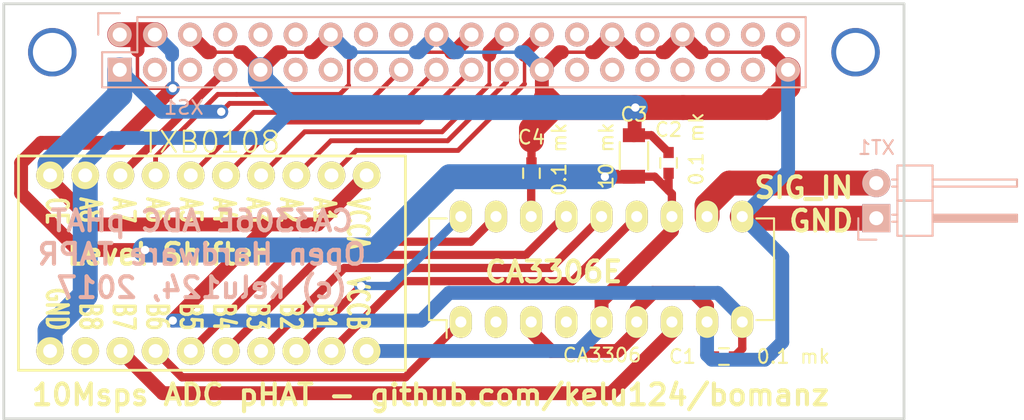
<source format=kicad_pcb>

(kicad_pcb
  (version 20171130)
  (host pcbnew "(5.1.12)-1")
  (general
    (thickness 1.6)
    (drawings 11)
    (tracks 221)
    (zones 0)
    (modules 10)
    (nets 20))
  (page A4)
  (layers
    (0 F.Cu signal)
    (31 B.Cu signal)
    (32 B.Adhes user hide)
    (33 F.Adhes user hide)
    (34 B.Paste user hide)
    (35 F.Paste user hide)
    (36 B.SilkS user hide)
    (37 F.SilkS user hide)
    (38 B.Mask user hide)
    (39 F.Mask user hide)
    (40 Dwgs.User user hide)
    (41 Cmts.User user hide)
    (42 Eco1.User user hide)
    (43 Eco2.User user hide)
    (44 Edge.Cuts user)
    (45 Margin user hide)
    (46 B.CrtYd user hide)
    (47 F.CrtYd user hide)
    (48 B.Fab user hide)
    (49 F.Fab user hide))
  (setup
    (last_trace_width 0.35)
    (user_trace_width 0.25)
    (user_trace_width 0.35)
    (user_trace_width 0.6)
    (user_trace_width 1)
    (user_trace_width 1.8)
    (trace_clearance 0.25)
    (zone_clearance 0.5)
    (zone_45_only no)
    (trace_min 0.25)
    (via_size 1)
    (via_drill 0.6)
    (via_min_size 0.1)
    (via_min_drill 0.6)
    (uvia_size 0.3)
    (uvia_drill 0.1)
    (uvias_allowed no)
    (uvia_min_size 0.2)
    (uvia_min_drill 0.1)
    (edge_width 0.2)
    (segment_width 0.2)
    (pcb_text_width 0.3)
    (pcb_text_size 1.5 1.5)
    (mod_edge_width 0.15)
    (mod_text_size 1 1)
    (mod_text_width 0.15)
    (pad_size 3.5 3.5)
    (pad_drill 2.8)
    (pad_to_mask_clearance 0.2)
    (aux_axis_origin 0 0)
    (visible_elements 7FFFE7FF)
    (pcbplotparams
      (layerselection 0x3ffff_80000001)
      (usegerberextensions false)
      (usegerberattributes true)
      (usegerberadvancedattributes true)
      (creategerberjobfile true)
      (excludeedgelayer true)
      (linewidth 0.1)
      (plotframeref false)
      (viasonmask false)
      (mode 1)
      (useauxorigin false)
      (hpglpennumber 1)
      (hpglpenspeed 20)
      (hpglpendiameter 15.0)
      (psnegative false)
      (psa4output false)
      (plotreference true)
      (plotvalue true)
      (plotinvisibletext false)
      (padsonsilk false)
      (subtractmaskfromsilk false)
      (outputformat 1)
      (mirror false)
      (drillshape 0)
      (scaleselection 1)
      (outputdirectory "ca3306e-gerbers")))
  (net 0 "")
  (net 1 GND)
  (net 2 VDD_5V)
  (net 3 VDD_3V3)
  (net 4 SIG_IN)
  (net 5 B1)
  (net 6 B2)
  (net 7 B3)
  (net 8 B4)
  (net 9 B5)
  (net 10 B6)
  (net 11 CLK)
  (net 12 GPIO4)
  (net 13 GPIO7)
  (net 14 GPIO8)
  (net 15 GPIO9)
  (net 16 GPIO10)
  (net 17 GPIO11)
  (net 18 GPIO25)
  (net 19 C4_P)
  (net_class Default "This is the default net class."
    (clearance 0.25)
    (trace_width 0.35)
    (via_dia 1)
    (via_drill 0.6)
    (uvia_dia 0.3)
    (uvia_drill 0.1)
    (add_net B1)
    (add_net B2)
    (add_net B3)
    (add_net B4)
    (add_net B5)
    (add_net B6)
    (add_net C4_P)
    (add_net CLK)
    (add_net GND)
    (add_net GPIO10)
    (add_net GPIO11)
    (add_net GPIO25)
    (add_net GPIO4)
    (add_net GPIO7)
    (add_net GPIO8)
    (add_net GPIO9)
    (add_net SIG_IN)
    (add_net VDD_3V3)
    (add_net VDD_5V))
  (module Capacitors_SMD:C_0603
    (layer F.Cu)
    (tedit 58D40A8E)
    (tstamp 58D27659)
    (at 138.1 112.25 90)
    (descr "Capacitor SMD 0603, reflow soldering, AVX (see smccp.pdf)")
    (tags "capacitor 0603")
    (attr smd)
    (fp_text reference C4
      (at 2.6 0 180)
      (layer F.SilkS)
      (effects
        (font
          (size 1 1)
          (thickness 0.15))))
    (fp_text value "0.1 mk"
      (at 1 2 270)
      (layer F.SilkS)
      (effects
        (font
          (size 1 1)
          (thickness 0.15))))
    (fp_line
      (start 0.35 0.6)
      (end -0.35 0.6)
      (layer F.SilkS)
      (width 0.15))
    (fp_line
      (start -0.35 -0.6)
      (end 0.35 -0.6)
      (layer F.SilkS)
      (width 0.15))
    (fp_line
      (start 1.45 -0.75)
      (end 1.45 0.75)
      (layer F.CrtYd)
      (width 0.05))
    (fp_line
      (start -1.45 -0.75)
      (end -1.45 0.75)
      (layer F.CrtYd)
      (width 0.05))
    (fp_line
      (start -1.45 0.75)
      (end 1.45 0.75)
      (layer F.CrtYd)
      (width 0.05))
    (fp_line
      (start -1.45 -0.75)
      (end 1.45 -0.75)
      (layer F.CrtYd)
      (width 0.05))
    (pad 1 smd rect
      (at -0.75 0 90)
      (size 0.8 0.75)
      (layers F.Cu F.Paste F.Mask)
      (net 19 C4_P))
    (pad 2 smd rect
      (at 0.75 0 90)
      (size 0.8 0.75)
      (layers F.Cu F.Paste F.Mask)
      (net 1 GND))
    (model Capacitors_SMD.3dshapes/C_0603.wrl
      (at
        (xyz 0 0 0))
      (scale
        (xyz 1 1 1))
      (rotate
        (xyz 0 0 0))))
  (module Capacitors_SMD:C_0603
    (layer F.Cu)
    (tedit 58D40A80)
    (tstamp 58D27638)
    (at 148 111.5 90)
    (descr "Capacitor SMD 0603, reflow soldering, AVX (see smccp.pdf)")
    (tags "capacitor 0603")
    (attr smd)
    (fp_text reference C2
      (at 2.4 0 180)
      (layer F.SilkS)
      (effects
        (font
          (size 1 1)
          (thickness 0.15))))
    (fp_text value "0.1 mk"
      (at 1 2 270)
      (layer F.SilkS)
      (effects
        (font
          (size 1 1)
          (thickness 0.15))))
    (fp_line
      (start 0.35 0.6)
      (end -0.35 0.6)
      (layer F.SilkS)
      (width 0.15))
    (fp_line
      (start -0.35 -0.6)
      (end 0.35 -0.6)
      (layer F.SilkS)
      (width 0.15))
    (fp_line
      (start 1.45 -0.75)
      (end 1.45 0.75)
      (layer F.CrtYd)
      (width 0.05))
    (fp_line
      (start -1.45 -0.75)
      (end -1.45 0.75)
      (layer F.CrtYd)
      (width 0.05))
    (fp_line
      (start -1.45 0.75)
      (end 1.45 0.75)
      (layer F.CrtYd)
      (width 0.05))
    (fp_line
      (start -1.45 -0.75)
      (end 1.45 -0.75)
      (layer F.CrtYd)
      (width 0.05))
    (pad 1 smd rect
      (at -0.75 0 90)
      (size 0.8 0.75)
      (layers F.Cu F.Paste F.Mask)
      (net 2 VDD_5V))
    (pad 2 smd rect
      (at 0.75 0 90)
      (size 0.8 0.75)
      (layers F.Cu F.Paste F.Mask)
      (net 1 GND))
    (model Capacitors_SMD.3dshapes/C_0603.wrl
      (at
        (xyz 0 0 0))
      (scale
        (xyz 1 1 1))
      (rotate
        (xyz 0 0 0))))
  (module Mounting_Holes:MountingHole_3.5mm_Pad
    (layer F.Cu)
    (tedit 58D25D3D)
    (tstamp 58D335AA)
    (at 103.5 103.5)
    (descr "Mounting Hole 3.5mm")
    (tags "mounting hole 3.5mm")
    (fp_text reference REF**_2
      (at 0 -4.5)
      (layer F.SilkS) hide
      (effects
        (font
          (size 1 1)
          (thickness 0.15))))
    (fp_text value MountingHole_3.5mm_Pad
      (at 0 4.5)
      (layer F.Fab) hide
      (effects
        (font
          (size 1 1)
          (thickness 0.15))))
    (fp_circle
      (center 0 0)
      (end 3.75 0)
      (layer F.CrtYd)
      (width 0.05))
    (fp_circle
      (center 0 0)
      (end 3.5 0)
      (layer Cmts.User)
      (width 0.15))
    (pad "" np_thru_hole circle
      (at 0 0)
      (size 3.5 3.5)
      (drill 2.8)
      (layers *.Cu *.Mask)))
  (module Mounting_Holes:MountingHole_3.5mm_Pad
    (layer F.Cu)
    (tedit 58D25D3D)
    (tstamp 58D3359E)
    (at 161.5 103.5)
    (descr "Mounting Hole 3.5mm")
    (tags "mounting hole 3.5mm")
    (fp_text reference REF**
      (at 0 -4.5)
      (layer F.SilkS) hide
      (effects
        (font
          (size 1 1)
          (thickness 0.15))))
    (fp_text value MountingHole_3.5mm_Pad
      (at 0 4.5)
      (layer F.Fab) hide
      (effects
        (font
          (size 1 1)
          (thickness 0.15))))
    (fp_circle
      (center 0 0)
      (end 3.75 0)
      (layer F.CrtYd)
      (width 0.05))
    (fp_circle
      (center 0 0)
      (end 3.5 0)
      (layer Cmts.User)
      (width 0.15))
    (pad "" np_thru_hole circle
      (at 0 0)
      (size 3.5 3.5)
      (drill 2.8)
      (layers *.Cu *.Mask)))
  (module Pin_Headers:Pin_Header_Straight_2x20 locked
    (layer B.Cu)
    (tedit 58D28222)
    (tstamp 58D2C6E9)
    (at 108.37 102.23 270)
    (descr "Through hole pin header")
    (tags "pin header")
    (fp_text reference XS1
      (at 5.27 -4.63 180)
      (layer B.SilkS)
      (effects
        (font
          (size 1 1)
          (thickness 0.15))
        (justify mirror)))
    (fp_text value Pin_Header_Straight_2x20
      (at 0 3.1 270)
      (layer B.Fab) hide
      (effects
        (font
          (size 1 1)
          (thickness 0.15))
        (justify mirror)))
    (fp_line
      (start -1.55 1.55)
      (end -1.55 0)
      (layer B.SilkS)
      (width 0.15))
    (fp_line
      (start 1.27 -1.27)
      (end -1.27 -1.27)
      (layer B.SilkS)
      (width 0.15))
    (fp_line
      (start 1.27 1.27)
      (end 1.27 -1.27)
      (layer B.SilkS)
      (width 0.15))
    (fp_line
      (start 0 1.55)
      (end -1.55 1.55)
      (layer B.SilkS)
      (width 0.15))
    (fp_line
      (start 3.81 1.27)
      (end 1.27 1.27)
      (layer B.SilkS)
      (width 0.15))
    (fp_line
      (start 3.81 -49.53)
      (end -1.27 -49.53)
      (layer B.SilkS)
      (width 0.15))
    (fp_line
      (start -1.27 -1.27)
      (end -1.27 -49.53)
      (layer B.SilkS)
      (width 0.15))
    (fp_line
      (start 3.81 -49.53)
      (end 3.81 1.27)
      (layer B.SilkS)
      (width 0.15))
    (fp_line
      (start -1.75 -50.05)
      (end 4.3 -50.05)
      (layer B.CrtYd)
      (width 0.05))
    (fp_line
      (start -1.75 1.75)
      (end 4.3 1.75)
      (layer B.CrtYd)
      (width 0.05))
    (fp_line
      (start 4.3 1.75)
      (end 4.3 -50.05)
      (layer B.CrtYd)
      (width 0.05))
    (fp_line
      (start -1.75 1.75)
      (end -1.75 -50.05)
      (layer B.CrtYd)
      (width 0.05))
    (pad 2 thru_hole oval
      (at 0 0 270)
      (size 1.7272 1.7272)
      (drill 1.016)
      (layers *.Cu *.Mask B.SilkS)
      (net 2 VDD_5V))
    (pad 1 thru_hole rect
      (at 2.54 0 270)
      (size 1.7272 1.7272)
      (drill 1.016)
      (layers *.Cu *.Mask B.SilkS)
      (net 3 VDD_3V3))
    (pad 4 thru_hole oval
      (at 0 -2.54 270)
      (size 1.7272 1.7272)
      (drill 1.016)
      (layers *.Cu *.Mask B.SilkS)
      (net 2 VDD_5V))
    (pad 3 thru_hole oval
      (at 2.54 -2.54 270)
      (size 1.7272 1.7272)
      (drill 1.016)
      (layers *.Cu *.Mask B.SilkS))
    (pad 6 thru_hole oval
      (at 0 -5.08 270)
      (size 1.7272 1.7272)
      (drill 1.016)
      (layers *.Cu *.Mask B.SilkS)
      (net 1 GND))
    (pad 5 thru_hole oval
      (at 2.54 -5.08 270)
      (size 1.7272 1.7272)
      (drill 1.016)
      (layers *.Cu *.Mask B.SilkS))
    (pad 8 thru_hole oval
      (at 0 -7.62 270)
      (size 1.7272 1.7272)
      (drill 1.016)
      (layers *.Cu *.Mask B.SilkS))
    (pad 7 thru_hole oval
      (at 2.54 -7.62 270)
      (size 1.7272 1.7272)
      (drill 1.016)
      (layers *.Cu *.Mask B.SilkS)
      (net 12 GPIO4))
    (pad 10 thru_hole oval
      (at 0 -10.16 270)
      (size 1.7272 1.7272)
      (drill 1.016)
      (layers *.Cu *.Mask B.SilkS))
    (pad 9 thru_hole oval
      (at 2.54 -10.16 270)
      (size 1.7272 1.7272)
      (drill 1.016)
      (layers *.Cu *.Mask B.SilkS)
      (net 1 GND))
    (pad 12 thru_hole oval
      (at 0 -12.7 270)
      (size 1.7272 1.7272)
      (drill 1.016)
      (layers *.Cu *.Mask B.SilkS))
    (pad 11 thru_hole oval
      (at 2.54 -12.7 270)
      (size 1.7272 1.7272)
      (drill 1.016)
      (layers *.Cu *.Mask B.SilkS))
    (pad 14 thru_hole oval
      (at 0 -15.24 270)
      (size 1.7272 1.7272)
      (drill 1.016)
      (layers *.Cu *.Mask B.SilkS)
      (net 1 GND))
    (pad 13 thru_hole oval
      (at 2.54 -15.24 270)
      (size 1.7272 1.7272)
      (drill 1.016)
      (layers *.Cu *.Mask B.SilkS))
    (pad 16 thru_hole oval
      (at 0 -17.78 270)
      (size 1.7272 1.7272)
      (drill 1.016)
      (layers *.Cu *.Mask B.SilkS))
    (pad 15 thru_hole oval
      (at 2.54 -17.78 270)
      (size 1.7272 1.7272)
      (drill 1.016)
      (layers *.Cu *.Mask B.SilkS))
    (pad 18 thru_hole oval
      (at 0 -20.32 270)
      (size 1.7272 1.7272)
      (drill 1.016)
      (layers *.Cu *.Mask B.SilkS))
    (pad 17 thru_hole oval
      (at 2.54 -20.32 270)
      (size 1.7272 1.7272)
      (drill 1.016)
      (layers *.Cu *.Mask B.SilkS)
      (net 3 VDD_3V3))
    (pad 20 thru_hole oval
      (at 0 -22.86 270)
      (size 1.7272 1.7272)
      (drill 1.016)
      (layers *.Cu *.Mask B.SilkS)
      (net 1 GND))
    (pad 19 thru_hole oval
      (at 2.54 -22.86 270)
      (size 1.7272 1.7272)
      (drill 1.016)
      (layers *.Cu *.Mask B.SilkS)
      (net 16 GPIO10))
    (pad 22 thru_hole oval
      (at 0 -25.4 270)
      (size 1.7272 1.7272)
      (drill 1.016)
      (layers *.Cu *.Mask B.SilkS)
      (net 18 GPIO25))
    (pad 21 thru_hole oval
      (at 2.54 -25.4 270)
      (size 1.7272 1.7272)
      (drill 1.016)
      (layers *.Cu *.Mask B.SilkS)
      (net 15 GPIO9))
    (pad 24 thru_hole oval
      (at 0 -27.94 270)
      (size 1.7272 1.7272)
      (drill 1.016)
      (layers *.Cu *.Mask B.SilkS)
      (net 14 GPIO8))
    (pad 23 thru_hole oval
      (at 2.54 -27.94 270)
      (size 1.7272 1.7272)
      (drill 1.016)
      (layers *.Cu *.Mask B.SilkS)
      (net 17 GPIO11))
    (pad 26 thru_hole oval
      (at 0 -30.48 270)
      (size 1.7272 1.7272)
      (drill 1.016)
      (layers *.Cu *.Mask B.SilkS)
      (net 13 GPIO7))
    (pad 25 thru_hole oval
      (at 2.54 -30.48 270)
      (size 1.7272 1.7272)
      (drill 1.016)
      (layers *.Cu *.Mask B.SilkS)
      (net 1 GND))
    (pad 28 thru_hole oval
      (at 0 -33.02 270)
      (size 1.7272 1.7272)
      (drill 1.016)
      (layers *.Cu *.Mask B.SilkS))
    (pad 27 thru_hole oval
      (at 2.54 -33.02 270)
      (size 1.7272 1.7272)
      (drill 1.016)
      (layers *.Cu *.Mask B.SilkS))
    (pad 30 thru_hole oval
      (at 0 -35.56 270)
      (size 1.7272 1.7272)
      (drill 1.016)
      (layers *.Cu *.Mask B.SilkS)
      (net 1 GND))
    (pad 29 thru_hole oval
      (at 2.54 -35.56 270)
      (size 1.7272 1.7272)
      (drill 1.016)
      (layers *.Cu *.Mask B.SilkS))
    (pad 32 thru_hole oval
      (at 0 -38.1 270)
      (size 1.7272 1.7272)
      (drill 1.016)
      (layers *.Cu *.Mask B.SilkS))
    (pad 31 thru_hole oval
      (at 2.54 -38.1 270)
      (size 1.7272 1.7272)
      (drill 1.016)
      (layers *.Cu *.Mask B.SilkS))
    (pad 34 thru_hole oval
      (at 0 -40.64 270)
      (size 1.7272 1.7272)
      (drill 1.016)
      (layers *.Cu *.Mask B.SilkS)
      (net 1 GND))
    (pad 33 thru_hole oval
      (at 2.54 -40.64 270)
      (size 1.7272 1.7272)
      (drill 1.016)
      (layers *.Cu *.Mask B.SilkS))
    (pad 36 thru_hole oval
      (at 0 -43.18 270)
      (size 1.7272 1.7272)
      (drill 1.016)
      (layers *.Cu *.Mask B.SilkS))
    (pad 35 thru_hole oval
      (at 2.54 -43.18 270)
      (size 1.7272 1.7272)
      (drill 1.016)
      (layers *.Cu *.Mask B.SilkS))
    (pad 38 thru_hole oval
      (at 0 -45.72 270)
      (size 1.7272 1.7272)
      (drill 1.016)
      (layers *.Cu *.Mask B.SilkS))
    (pad 37 thru_hole oval
      (at 2.54 -45.72 270)
      (size 1.7272 1.7272)
      (drill 1.016)
      (layers *.Cu *.Mask B.SilkS))
    (pad 40 thru_hole oval
      (at 0 -48.26 270)
      (size 1.7272 1.7272)
      (drill 1.016)
      (layers *.Cu *.Mask B.SilkS))
    (pad 39 thru_hole oval
      (at 2.54 -48.26 270)
      (size 1.7272 1.7272)
      (drill 1.016)
      (layers *.Cu *.Mask B.SilkS)
      (net 1 GND))
    (model Pin_Headers.3dshapes/Pin_Header_Straight_2x20.wrl
      (offset
        (xyz 1.269999980926514 -24.12999963760376 0))
      (scale
        (xyz 1 1 1))
      (rotate
        (xyz 0 0 90))))
  (module Housings_DIP:DIP-18_W7.62mm_LongPads
    (layer F.Cu)
    (tedit 58D28379)
    (tstamp 58D342B6)
    (at 133 123 90)
    (descr "18-lead dip package, row spacing 7.62 mm (300 mils), longer pads")
    (tags "dil dip 2.54 300")
    (fp_text reference CA3306
      (at -2.4 10.2)
      (layer F.SilkS)
      (effects
        (font
          (size 1 1)
          (thickness 0.15))))
    (fp_text value DIP-18_W7.62mm_LongPads
      (at 0 -3.72 90)
      (layer F.Fab) hide
      (effects
        (font
          (size 1 1)
          (thickness 0.15))))
    (fp_line
      (start 0.135 -1.025)
      (end -1.15 -1.025)
      (layer F.SilkS)
      (width 0.15))
    (fp_line
      (start 0.135 22.615)
      (end 7.485 22.615)
      (layer F.SilkS)
      (width 0.15))
    (fp_line
      (start 0.135 -2.295)
      (end 7.485 -2.295)
      (layer F.SilkS)
      (width 0.15))
    (fp_line
      (start 0.135 22.615)
      (end 0.135 21.345)
      (layer F.SilkS)
      (width 0.15))
    (fp_line
      (start 7.485 22.615)
      (end 7.485 21.345)
      (layer F.SilkS)
      (width 0.15))
    (fp_line
      (start 7.485 -2.295)
      (end 7.485 -1.025)
      (layer F.SilkS)
      (width 0.15))
    (fp_line
      (start 0.135 -2.295)
      (end 0.135 -1.025)
      (layer F.SilkS)
      (width 0.15))
    (fp_line
      (start -1.4 22.8)
      (end 9 22.8)
      (layer F.CrtYd)
      (width 0.05))
    (fp_line
      (start -1.4 -2.45)
      (end 9 -2.45)
      (layer F.CrtYd)
      (width 0.05))
    (fp_line
      (start 9 -2.45)
      (end 9 22.8)
      (layer F.CrtYd)
      (width 0.05))
    (fp_line
      (start -1.4 -2.45)
      (end -1.4 22.8)
      (layer F.CrtYd)
      (width 0.05))
    (pad 1 thru_hole oval
      (at 0 0 90)
      (size 2.3 1.6)
      (drill 0.8)
      (layers *.Cu *.Mask F.SilkS)
      (net 10 B6))
    (pad 2 thru_hole oval
      (at 0 2.54 90)
      (size 2.3 1.6)
      (drill 0.8)
      (layers *.Cu *.Mask F.SilkS))
    (pad 3 thru_hole oval
      (at 0 5.08 90)
      (size 2.3 1.6)
      (drill 0.8)
      (layers *.Cu *.Mask F.SilkS)
      (net 1 GND))
    (pad 4 thru_hole oval
      (at 0 7.62 90)
      (size 2.3 1.6)
      (drill 0.8)
      (layers *.Cu *.Mask F.SilkS))
    (pad 5 thru_hole oval
      (at 0 10.16 90)
      (size 2.3 1.6)
      (drill 0.8)
      (layers *.Cu *.Mask F.SilkS)
      (net 2 VDD_5V))
    (pad 6 thru_hole oval
      (at 0 12.7 90)
      (size 2.3 1.6)
      (drill 0.8)
      (layers *.Cu *.Mask F.SilkS)
      (net 1 GND))
    (pad 7 thru_hole oval
      (at 0 15.24 90)
      (size 2.3 1.6)
      (drill 0.8)
      (layers *.Cu *.Mask F.SilkS)
      (net 11 CLK))
    (pad 8 thru_hole oval
      (at 0 17.78 90)
      (size 2.3 1.6)
      (drill 0.8)
      (layers *.Cu *.Mask F.SilkS)
      (net 1 GND))
    (pad 9 thru_hole oval
      (at 0 20.32 90)
      (size 2.3 1.6)
      (drill 0.8)
      (layers *.Cu *.Mask F.SilkS)
      (net 3 VDD_3V3))
    (pad 10 thru_hole oval
      (at 7.62 20.32 90)
      (size 2.3 1.6)
      (drill 0.8)
      (layers *.Cu *.Mask F.SilkS)
      (net 1 GND))
    (pad 11 thru_hole oval
      (at 7.62 17.78 90)
      (size 2.3 1.6)
      (drill 0.8)
      (layers *.Cu *.Mask F.SilkS)
      (net 4 SIG_IN))
    (pad 12 thru_hole oval
      (at 7.62 15.24 90)
      (size 2.3 1.6)
      (drill 0.8)
      (layers *.Cu *.Mask F.SilkS)
      (net 2 VDD_5V))
    (pad 13 thru_hole oval
      (at 7.62 12.7 90)
      (size 2.3 1.6)
      (drill 0.8)
      (layers *.Cu *.Mask F.SilkS)
      (net 5 B1))
    (pad 14 thru_hole oval
      (at 7.62 10.16 90)
      (size 2.3 1.6)
      (drill 0.8)
      (layers *.Cu *.Mask F.SilkS)
      (net 6 B2))
    (pad 15 thru_hole oval
      (at 7.62 7.62 90)
      (size 2.3 1.6)
      (drill 0.8)
      (layers *.Cu *.Mask F.SilkS)
      (net 7 B3))
    (pad 16 thru_hole oval
      (at 7.62 5.08 90)
      (size 2.3 1.6)
      (drill 0.8)
      (layers *.Cu *.Mask F.SilkS)
      (net 19 C4_P))
    (pad 17 thru_hole oval
      (at 7.62 2.54 90)
      (size 2.3 1.6)
      (drill 0.8)
      (layers *.Cu *.Mask F.SilkS)
      (net 8 B4))
    (pad 18 thru_hole oval
      (at 7.62 0 90)
      (size 2.3 1.6)
      (drill 0.8)
      (layers *.Cu *.Mask F.SilkS)
      (net 9 B5))
    (model Housings_DIP.3dshapes/DIP-18_W7.62mm_LongPads.wrl
      (at
        (xyz 0 0 0))
      (scale
        (xyz 1 1 1))
      (rotate
        (xyz 0 0 0))))
  (module Mounting_Holes:MountingHole_6mm_Pad
    (layer F.Cu)
    (tedit 58D40933)
    (tstamp 58D3B84D)
    (at 129 111 270)
    (descr TXB0108)
    (tags TXB0108)
    (fp_text reference TXB0108
      (at -1 14)
      (layer F.SilkS)
      (effects
        (font
          (size 1.524 1.524)
          (thickness 0.15))))
    (fp_text value ""
      (at 0 0 270)
      (layer F.SilkS)
      (effects
        (font
          (size 1.524 1.524)
          (thickness 0.15))))
    (fp_line
      (start 0 0)
      (end 15.494 0)
      (layer F.SilkS)
      (width 0.2))
    (fp_line
      (start 15.494 0)
      (end 15.494 27.94)
      (layer F.SilkS)
      (width 0.2))
    (fp_line
      (start 0 27.94)
      (end 15.494 27.94)
      (layer F.SilkS)
      (width 0.2))
    (fp_line
      (start 0 0)
      (end 0 27.94)
      (layer F.SilkS)
      (width 0.2))
    (pad 1 thru_hole circle
      (at 1.4 2.8 270)
      (size 2 2)
      (drill 1)
      (layers *.Cu *.Mask F.SilkS)
      (net 3 VDD_3V3))
    (pad 2 thru_hole circle
      (at 1.4 5.34 270)
      (size 2 2)
      (drill 1)
      (layers *.Cu *.Mask F.SilkS)
      (net 13 GPIO7))
    (pad 3 thru_hole circle
      (at 1.4 7.88 270)
      (size 2 2)
      (drill 1)
      (layers *.Cu *.Mask F.SilkS)
      (net 17 GPIO11))
    (pad 4 thru_hole circle
      (at 1.4 10.42 270)
      (size 2 2)
      (drill 1)
      (layers *.Cu *.Mask F.SilkS)
      (net 14 GPIO8))
    (pad 5 thru_hole circle
      (at 1.4 12.96 270)
      (size 2 2)
      (drill 1)
      (layers *.Cu *.Mask F.SilkS)
      (net 15 GPIO9))
    (pad 6 thru_hole circle
      (at 1.4 15.5 270)
      (size 2 2)
      (drill 1)
      (layers *.Cu *.Mask F.SilkS)
      (net 16 GPIO10))
    (pad 7 thru_hole circle
      (at 1.4 18.04 270)
      (size 2 2)
      (drill 1)
      (layers *.Cu *.Mask F.SilkS)
      (net 18 GPIO25))
    (pad 8 thru_hole circle
      (at 1.4 20.58 270)
      (size 2 2)
      (drill 1)
      (layers *.Cu *.Mask F.SilkS)
      (net 12 GPIO4))
    (pad 9 thru_hole circle
      (at 1.4 23.12 270)
      (size 2 2)
      (drill 1)
      (layers *.Cu *.Mask F.SilkS)
      (net 1 GND))
    (pad 10 thru_hole circle
      (at 1.4 25.66 270)
      (size 2 2)
      (drill 1)
      (layers *.Cu *.Mask F.SilkS)
      (net 3 VDD_3V3))
    (pad 20 thru_hole circle
      (at 14.1 2.8 270)
      (size 2 2)
      (drill 1)
      (layers *.Cu *.Mask F.SilkS)
      (net 2 VDD_5V))
    (pad 19 thru_hole circle
      (at 14.1 5.34 270)
      (size 2 2)
      (drill 1)
      (layers *.Cu *.Mask F.SilkS)
      (net 5 B1))
    (pad 18 thru_hole circle
      (at 14.1 7.88 270)
      (size 2 2)
      (drill 1)
      (layers *.Cu *.Mask F.SilkS)
      (net 9 B5))
    (pad 17 thru_hole circle
      (at 14.1 10.42 270)
      (size 2 2)
      (drill 1)
      (layers *.Cu *.Mask F.SilkS)
      (net 6 B2))
    (pad 16 thru_hole circle
      (at 14.1 12.96 270)
      (size 2 2)
      (drill 1)
      (layers *.Cu *.Mask F.SilkS)
      (net 7 B3))
    (pad 15 thru_hole circle
      (at 14.1 15.5 270)
      (size 2 2)
      (drill 1)
      (layers *.Cu *.Mask F.SilkS)
      (net 8 B4))
    (pad 14 thru_hole circle
      (at 14.1 18.04 270)
      (size 2 2)
      (drill 1)
      (layers *.Cu *.Mask F.SilkS)
      (net 10 B6))
    (pad 13 thru_hole circle
      (at 14.1 20.58 270)
      (size 2 2)
      (drill 1)
      (layers *.Cu *.Mask F.SilkS)
      (net 11 CLK))
    (pad 12 thru_hole circle
      (at 14.1 23.12 270)
      (size 2 2)
      (drill 1)
      (layers *.Cu *.Mask F.SilkS))
    (pad 11 thru_hole circle
      (at 14.1 25.66 270)
      (size 2 2)
      (drill 1)
      (layers *.Cu *.Mask F.SilkS)
      (net 1 GND)))
  (module Capacitors_SMD:C_0603
    (layer F.Cu)
    (tedit 58D409B1)
    (tstamp 58D275C9)
    (at 152 125.5 180)
    (descr "Capacitor SMD 0603, reflow soldering, AVX (see smccp.pdf)")
    (tags "capacitor 0603")
    (attr smd)
    (fp_text reference C1
      (at 3 0)
      (layer F.SilkS)
      (effects
        (font
          (size 1 1)
          (thickness 0.15))))
    (fp_text value "0.1 mk"
      (at -5 0 180)
      (layer F.SilkS)
      (effects
        (font
          (size 1 1)
          (thickness 0.15))))
    (fp_line
      (start 0.35 0.6)
      (end -0.35 0.6)
      (layer F.SilkS)
      (width 0.15))
    (fp_line
      (start -0.35 -0.6)
      (end 0.35 -0.6)
      (layer F.SilkS)
      (width 0.15))
    (fp_line
      (start 1.45 -0.75)
      (end 1.45 0.75)
      (layer F.CrtYd)
      (width 0.05))
    (fp_line
      (start -1.45 -0.75)
      (end -1.45 0.75)
      (layer F.CrtYd)
      (width 0.05))
    (fp_line
      (start -1.45 0.75)
      (end 1.45 0.75)
      (layer F.CrtYd)
      (width 0.05))
    (fp_line
      (start -1.45 -0.75)
      (end 1.45 -0.75)
      (layer F.CrtYd)
      (width 0.05))
    (pad 1 smd rect
      (at -0.75 0 180)
      (size 0.8 0.75)
      (layers F.Cu F.Paste F.Mask)
      (net 3 VDD_3V3))
    (pad 2 smd rect
      (at 0.75 0 180)
      (size 0.8 0.75)
      (layers F.Cu F.Paste F.Mask)
      (net 1 GND))
    (model Capacitors_SMD.3dshapes/C_0603.wrl
      (at
        (xyz 0 0 0))
      (scale
        (xyz 1 1 1))
      (rotate
        (xyz 0 0 0))))
  (module Capacitors_SMD:C_1206
    (layer F.Cu)
    (tedit 58D40A7B)
    (tstamp 58D27994)
    (at 145.5 111 90)
    (descr "Capacitor SMD 1206, reflow soldering, AVX (see smccp.pdf)")
    (tags "capacitor 1206")
    (attr smd)
    (fp_text reference C3
      (at 3 0 180)
      (layer F.SilkS)
      (effects
        (font
          (size 1 1)
          (thickness 0.15))))
    (fp_text value "10 mk"
      (at 0 -2 270)
      (layer F.SilkS)
      (effects
        (font
          (size 1 1)
          (thickness 0.15))))
    (fp_line
      (start -1 1.025)
      (end 1 1.025)
      (layer F.SilkS)
      (width 0.15))
    (fp_line
      (start 1 -1.025)
      (end -1 -1.025)
      (layer F.SilkS)
      (width 0.15))
    (fp_line
      (start 2.3 -1.15)
      (end 2.3 1.15)
      (layer F.CrtYd)
      (width 0.05))
    (fp_line
      (start -2.3 -1.15)
      (end -2.3 1.15)
      (layer F.CrtYd)
      (width 0.05))
    (fp_line
      (start -2.3 1.15)
      (end 2.3 1.15)
      (layer F.CrtYd)
      (width 0.05))
    (fp_line
      (start -2.3 -1.15)
      (end 2.3 -1.15)
      (layer F.CrtYd)
      (width 0.05))
    (pad 1 smd rect
      (at -1.5 0 90)
      (size 1 1.6)
      (layers F.Cu F.Paste F.Mask)
      (net 2 VDD_5V))
    (pad 2 smd rect
      (at 1.5 0 90)
      (size 1 1.6)
      (layers F.Cu F.Paste F.Mask)
      (net 1 GND))
    (model Capacitors_SMD.3dshapes/C_1206.wrl
      (at
        (xyz 0 0 0))
      (scale
        (xyz 1 1 1))
      (rotate
        (xyz 0 0 0))))
  (module Pin_Headers:Pin_Header_Angled_1x02
    (layer B.Cu)
    (tedit 58D28317)
    (tstamp 58D2EDB1)
    (at 163 115.5)
    (descr "Through hole pin header")
    (tags "pin header")
    (fp_text reference XT1
      (at 0 -5.1)
      (layer B.SilkS)
      (effects
        (font
          (size 1 1)
          (thickness 0.15))
        (justify mirror)))
    (fp_text value Pin_Header_Angled_1x02
      (at 0 3.1)
      (layer B.Fab) hide
      (effects
        (font
          (size 1 1)
          (thickness 0.15))
        (justify mirror)))
    (fp_line
      (start 1.524 1.27)
      (end 1.524 -1.27)
      (layer B.SilkS)
      (width 0.15))
    (fp_line
      (start 1.524 -1.27)
      (end 4.064 -1.27)
      (layer B.SilkS)
      (width 0.15))
    (fp_line
      (start 4.064 0.254)
      (end 10.16 0.254)
      (layer B.SilkS)
      (width 0.15))
    (fp_line
      (start 10.16 0.254)
      (end 10.16 -0.254)
      (layer B.SilkS)
      (width 0.15))
    (fp_line
      (start 10.16 -0.254)
      (end 4.064 -0.254)
      (layer B.SilkS)
      (width 0.15))
    (fp_line
      (start 4.064 -1.27)
      (end 4.064 1.27)
      (layer B.SilkS)
      (width 0.15))
    (fp_line
      (start 4.064 -3.81)
      (end 4.064 -1.27)
      (layer B.SilkS)
      (width 0.15))
    (fp_line
      (start 10.16 -2.794)
      (end 4.064 -2.794)
      (layer B.SilkS)
      (width 0.15))
    (fp_line
      (start 10.16 -2.286)
      (end 10.16 -2.794)
      (layer B.SilkS)
      (width 0.15))
    (fp_line
      (start 4.064 -2.286)
      (end 10.16 -2.286)
      (layer B.SilkS)
      (width 0.15))
    (fp_line
      (start 1.524 -3.81)
      (end 4.064 -3.81)
      (layer B.SilkS)
      (width 0.15))
    (fp_line
      (start 1.524 -1.27)
      (end 1.524 -3.81)
      (layer B.SilkS)
      (width 0.15))
    (fp_line
      (start 1.524 -1.27)
      (end 4.064 -1.27)
      (layer B.SilkS)
      (width 0.15))
    (fp_line
      (start 1.524 1.27)
      (end 4.064 1.27)
      (layer B.SilkS)
      (width 0.15))
    (fp_line
      (start 1.524 -2.794)
      (end 1.143 -2.794)
      (layer B.SilkS)
      (width 0.15))
    (fp_line
      (start 1.524 -2.286)
      (end 1.143 -2.286)
      (layer B.SilkS)
      (width 0.15))
    (fp_line
      (start 1.524 -0.254)
      (end 1.143 -0.254)
      (layer B.SilkS)
      (width 0.15))
    (fp_line
      (start 1.524 0.254)
      (end 1.143 0.254)
      (layer B.SilkS)
      (width 0.15))
    (fp_line
      (start 4.191 0)
      (end 10.033 0)
      (layer B.SilkS)
      (width 0.15))
    (fp_line
      (start 4.191 -0.127)
      (end 4.191 0)
      (layer B.SilkS)
      (width 0.15))
    (fp_line
      (start 10.033 -0.127)
      (end 4.191 -0.127)
      (layer B.SilkS)
      (width 0.15))
    (fp_line
      (start 10.033 0.127)
      (end 10.033 -0.127)
      (layer B.SilkS)
      (width 0.15))
    (fp_line
      (start 4.191 0.127)
      (end 10.033 0.127)
      (layer B.SilkS)
      (width 0.15))
    (fp_line
      (start 0 1.55)
      (end -1.3 1.55)
      (layer B.SilkS)
      (width 0.15))
    (fp_line
      (start -1.3 1.55)
      (end -1.3 0)
      (layer B.SilkS)
      (width 0.15))
    (fp_line
      (start -1.5 -4.3)
      (end 10.65 -4.3)
      (layer B.CrtYd)
      (width 0.05))
    (fp_line
      (start -1.5 1.75)
      (end 10.65 1.75)
      (layer B.CrtYd)
      (width 0.05))
    (fp_line
      (start 10.65 1.75)
      (end 10.65 -4.3)
      (layer B.CrtYd)
      (width 0.05))
    (fp_line
      (start -1.5 1.75)
      (end -1.5 -4.3)
      (layer B.CrtYd)
      (width 0.05))
    (pad 1 thru_hole rect
      (at 0 0)
      (size 2.032 2.032)
      (drill 1.016)
      (layers *.Cu *.Mask B.SilkS)
      (net 1 GND))
    (pad 2 thru_hole oval
      (at 0 -2.54)
      (size 2.032 2.032)
      (drill 1.016)
      (layers *.Cu *.Mask B.SilkS)
      (net 4 SIG_IN))
    (model Pin_Headers.3dshapes/Pin_Header_Angled_1x02.wrl
      (offset
        (xyz 0 -1.269999980926514 0))
      (scale
        (xyz 1 1 1))
      (rotate
        (xyz 0 0 90))))
  (gr_text "Level Shifter"
    (at 111.76 118.11)
    (layer F.SilkS)
    (effects
      (font
        (size 1.5 1.5)
        (thickness 0.3))))
  (gr_text CA3306E
    (at 139.7 119.38)
    (layer F.SilkS)
    (effects
      (font
        (size 1.5 1.5)
        (thickness 0.3))))
  (gr_text "CA3306E ADC pHAT\nOpen Hardware TAPR\n(c) kelu124, 2017\n"
    (at 114.3 118.11)
    (layer B.SilkS)
    (effects
      (font
        (size 1.5 1.5)
        (thickness 0.3))
      (justify mirror)))
  (gr_text "10Msps ADC pHAT - github.com/kelu124/bomanz"
    (at 130.81 128.27)
    (layer F.SilkS)
    (effects
      (font
        (size 1.5 1.5)
        (thickness 0.3))))
  (gr_text "SIG_IN\nGND"
    (at 161.5 114.5)
    (layer F.SilkS)
    (effects
      (font
        (size 1.5 1.5)
        (thickness 0.3))
      (justify right)))
  (gr_text "VCCB\nB1\nB2\nB3\nB4\nB5\nB6\nB7\nB8\nGND"
    (at 114.7 123.75 270)
    (layer F.SilkS)
    (effects
      (font
        (size 1.5 1)
        (thickness 0.25))
      (justify right)))
  (gr_text "VCCA\nA1\nA2\nA3\nA4\nA5\nA6\nA7\nA8\nOE"
    (at 114.7 113.85 270)
    (layer F.SilkS)
    (effects
      (font
        (size 1.5 1)
        (thickness 0.25))
      (justify left)))
  (gr_line
    (start 165 100)
    (end 100 100)
    (angle 90)
    (layer Edge.Cuts)
    (width 0.2))
  (gr_line
    (start 165 130)
    (end 165 100)
    (angle 90)
    (layer Edge.Cuts)
    (width 0.2))
  (gr_line
    (start 100 130)
    (end 165 130)
    (angle 90)
    (layer Edge.Cuts)
    (width 0.2))
  (gr_line
    (start 100 100)
    (end 100 130)
    (angle 90)
    (layer Edge.Cuts)
    (width 0.2))
  (segment
    (start 138.1 111.5)
    (end 138.1 109.85)
    (width 0.6)
    (layer F.Cu)
    (net 1))
  (segment
    (start 138.1 109.05)
    (end 138.1 109.85)
    (width 1.8)
    (layer F.Cu)
    (net 1)
    (tstamp 58D419B8))
  (segment
    (start 138.1 109.05)
    (end 139.725 107.425)
    (width 1.8)
    (layer F.Cu)
    (net 1))
  (segment
    (start 105.88 112.4)
    (end 105.88 121.07)
    (width 1.8)
    (layer B.Cu)
    (net 1))
  (segment
    (start 103.34 123.61)
    (end 103.34 125.1)
    (width 1.8)
    (layer B.Cu)
    (net 1)
    (tstamp 58D418AF))
  (segment
    (start 105.88 121.07)
    (end 103.34 123.61)
    (width 1.8)
    (layer B.Cu)
    (net 1)
    (tstamp 58D418AA))
  (segment
    (start 105.88 112.4)
    (end 105.88 111.62)
    (width 1)
    (layer B.Cu)
    (net 1))
  (segment
    (start 105.88 111.62)
    (end 107.8 109.7)
    (width 1)
    (layer B.Cu)
    (net 1)
    (tstamp 58D41886))
  (segment
    (start 107.8 109.7)
    (end 118.7 109.7)
    (width 1)
    (layer B.Cu)
    (net 1)
    (tstamp 58D4188E))
  (segment
    (start 118.7 109.7)
    (end 120.9 107.5)
    (width 1)
    (layer B.Cu)
    (net 1)
    (tstamp 58D41892))
  (segment
    (start 145.6 107.5)
    (end 120.9 107.5)
    (width 1.8)
    (layer B.Cu)
    (net 1))
  (segment
    (start 120.9 107.5)
    (end 120.55 107.5)
    (width 1.8)
    (layer B.Cu)
    (net 1)
    (tstamp 58D41895))
  (segment
    (start 145.55 107.5)
    (end 145.6 107.5)
    (width 1.8)
    (layer F.Cu)
    (net 1)
    (tstamp 58D4167A))
  (segment
    (start 120.55 107.5)
    (end 118.53 105.48)
    (width 1.8)
    (layer B.Cu)
    (net 1)
    (tstamp 58D41848))
  (segment
    (start 118.53 105.48)
    (end 118.53 104.77)
    (width 1.8)
    (layer B.Cu)
    (net 1)
    (tstamp 58D4184C))
  (segment
    (start 118.53 104.77)
    (end 118.53 105.48)
    (width 1.8)
    (layer B.Cu)
    (net 1))
  (segment
    (start 153.32 115.38)
    (end 153.44 115.5)
    (width 1.8)
    (layer F.Cu)
    (net 1))
  (segment
    (start 153.44 115.5)
    (end 163 115.5)
    (width 1.8)
    (layer F.Cu)
    (net 1)
    (tstamp 58D41275))
  (segment
    (start 145.5 109.5)
    (end 145.55 109.45)
    (width 1)
    (layer F.Cu)
    (net 1))
  (segment
    (start 145.55 109.45)
    (end 145.55 107.5)
    (width 1)
    (layer F.Cu)
    (net 1)
    (tstamp 58D41269))
  (segment
    (start 145.7 123)
    (end 145.7 122.05)
    (width 1)
    (layer F.Cu)
    (net 1))
  (segment
    (start 145.7 122.05)
    (end 146.85 120.9)
    (width 1)
    (layer F.Cu)
    (net 1)
    (tstamp 58D410FA))
  (segment
    (start 150.78 121.83)
    (end 150.78 123)
    (width 1)
    (layer F.Cu)
    (net 1)
    (tstamp 58D410FF))
  (segment
    (start 149.85 120.9)
    (end 150.78 121.83)
    (width 1)
    (layer F.Cu)
    (net 1)
    (tstamp 58D410FC))
  (segment
    (start 146.85 120.9)
    (end 149.85 120.9)
    (width 1)
    (layer F.Cu)
    (net 1)
    (tstamp 58D410FB))
  (segment
    (start 138.08 123)
    (end 138.08 123.68)
    (width 1)
    (layer F.Cu)
    (net 1))
  (segment
    (start 138.08 123.68)
    (end 139.5 125.1)
    (width 1)
    (layer F.Cu)
    (net 1)
    (tstamp 58D410EE))
  (segment
    (start 139.5 125.1)
    (end 144.3 125.1)
    (width 1)
    (layer F.Cu)
    (net 1)
    (tstamp 58D410EF))
  (segment
    (start 144.3 125.1)
    (end 145.7 123.7)
    (width 1)
    (layer F.Cu)
    (net 1)
    (tstamp 58D410F1))
  (segment
    (start 145.7 123.7)
    (end 145.7 123)
    (width 1)
    (layer F.Cu)
    (net 1)
    (tstamp 58D410F7))
  (segment
    (start 139.15 106.85)
    (end 138.85 106.55)
    (width 1)
    (layer F.Cu)
    (net 1))
  (segment
    (start 139.8 107.5)
    (end 139.725 107.425)
    (width 1.8)
    (layer F.Cu)
    (net 1)
    (tstamp 58D41017))
  (segment
    (start 139.725 107.425)
    (end 139.15 106.85)
    (width 1.8)
    (layer F.Cu)
    (net 1)
    (tstamp 58D419B6))
  (segment
    (start 156.63 104.77)
    (end 156.63 105.97)
    (width 1.8)
    (layer F.Cu)
    (net 1)
    (tstamp 58D2F45B))
  (segment
    (start 155.1 107.5)
    (end 156.63 105.97)
    (width 1.8)
    (layer F.Cu)
    (net 1)
    (tstamp 58D2F45A))
  (segment
    (start 149.05 107.5)
    (end 155.1 107.5)
    (width 1.8)
    (layer F.Cu)
    (net 1)
    (tstamp 58D2F459))
  (segment
    (start 149.05 107.5)
    (end 145.55 107.5)
    (width 1.8)
    (layer F.Cu)
    (net 1))
  (segment
    (start 145.55 107.5)
    (end 139.8 107.5)
    (width 1.8)
    (layer F.Cu)
    (net 1)
    (tstamp 58D4126E))
  (segment
    (start 138.85 106.55)
    (end 138.85 104.77)
    (width 1)
    (layer F.Cu)
    (net 1)
    (tstamp 58D4101F))
  (segment
    (start 145.5 109.5)
    (end 146.75 109.5)
    (width 0.6)
    (layer F.Cu)
    (net 1))
  (segment
    (start 146.75 109.5)
    (end 148 110.75)
    (width 0.6)
    (layer F.Cu)
    (net 1)
    (tstamp 58D40C53))
  (segment
    (start 150.78 123)
    (end 150.78 125.03)
    (width 0.6)
    (layer F.Cu)
    (net 1))
  (segment
    (start 150.78 125.03)
    (end 151.25 125.5)
    (width 0.6)
    (layer F.Cu)
    (net 1)
    (tstamp 58D40C48))
  (segment
    (start 132.5 103.5)
    (end 137.58 103.5)
    (width 0.25)
    (layer B.Cu)
    (net 1))
  (segment
    (start 137.58 103.5)
    (end 137.35 103.5)
    (width 0.25)
    (layer B.Cu)
    (net 1)
    (tstamp 58D2F391))
  (segment
    (start 137.58 103.5)
    (end 137.35 103.5)
    (width 1)
    (layer B.Cu)
    (net 1)
    (tstamp 58D2F341))
  (segment
    (start 124.88 103.5)
    (end 128.5 103.5)
    (width 0.25)
    (layer B.Cu)
    (net 1))
  (segment
    (start 128.5 103.5)
    (end 129.96 103.5)
    (width 0.25)
    (layer B.Cu)
    (net 1)
    (tstamp 58D2F38D))
  (segment
    (start 129.96 103.5)
    (end 129.75 103.5)
    (width 0.25)
    (layer B.Cu)
    (net 1)
    (tstamp 58D2F38E))
  (segment
    (start 129.96 103.5)
    (end 129.75 103.5)
    (width 1)
    (layer B.Cu)
    (net 1)
    (tstamp 58D2F33B))
  (segment
    (start 119.8 103.5)
    (end 122.34 103.5)
    (width 0.25)
    (layer F.Cu)
    (net 1))
  (segment
    (start 119.8 103.5)
    (end 120 103.5)
    (width 1)
    (layer F.Cu)
    (net 1)
    (tstamp 58D2F331))
  (segment
    (start 118.53 104.77)
    (end 119.8 103.5)
    (width 1)
    (layer F.Cu)
    (net 1))
  (segment
    (start 122.34 103.5)
    (end 122.15 103.5)
    (width 1)
    (layer F.Cu)
    (net 1)
    (tstamp 58D2F334))
  (segment
    (start 122.34 103.5)
    (end 123.61 102.23)
    (width 1)
    (layer F.Cu)
    (net 1))
  (segment
    (start 114.72 103.5)
    (end 117.26 103.5)
    (width 0.25)
    (layer F.Cu)
    (net 1))
  (segment
    (start 117.26 103.5)
    (end 117.05 103.5)
    (width 0.25)
    (layer F.Cu)
    (net 1)
    (tstamp 58D2F375))
  (segment
    (start 117.26 103.5)
    (end 117.05 103.5)
    (width 1)
    (layer F.Cu)
    (net 1)
    (tstamp 58D2F32E))
  (segment
    (start 140.12 103.5)
    (end 142.45 103.5)
    (width 0.25)
    (layer F.Cu)
    (net 1))
  (segment
    (start 142.66 103.5)
    (end 142.45 103.5)
    (width 1)
    (layer F.Cu)
    (net 1)
    (tstamp 58D2F34A))
  (segment
    (start 142.66 103.5)
    (end 143.93 102.23)
    (width 1)
    (layer F.Cu)
    (net 1))
  (segment
    (start 140.12 103.5)
    (end 140.3 103.5)
    (width 0.25)
    (layer F.Cu)
    (net 1)
    (tstamp 58D2F372))
  (segment
    (start 147.74 103.5)
    (end 145.2 103.5)
    (width 0.25)
    (layer F.Cu)
    (net 1))
  (segment
    (start 145.2 103.5)
    (end 145.4 103.5)
    (width 0.25)
    (layer F.Cu)
    (net 1)
    (tstamp 58D2F36F))
  (segment
    (start 145.2 103.5)
    (end 145.4 103.5)
    (width 1)
    (layer F.Cu)
    (net 1)
    (tstamp 58D2F34D))
  (segment
    (start 155.36 103.5)
    (end 150.4 103.5)
    (width 0.25)
    (layer F.Cu)
    (net 1))
  (segment
    (start 150.28 103.5)
    (end 149.01 102.23)
    (width 1)
    (layer F.Cu)
    (net 1))
  (segment
    (start 150.28 103.5)
    (end 150.4 103.5)
    (width 1)
    (layer F.Cu)
    (net 1)
    (tstamp 58D2F353))
  (segment
    (start 156.63 104.77)
    (end 155.36 103.5)
    (width 1)
    (layer F.Cu)
    (net 1))
  (segment
    (start 155.36 103.5)
    (end 155.15 103.5)
    (width 1)
    (layer F.Cu)
    (net 1)
    (tstamp 58D2F356))
  (segment
    (start 149.01 102.23)
    (end 147.74 103.5)
    (width 1)
    (layer F.Cu)
    (net 1))
  (segment
    (start 147.74 103.5)
    (end 147.55 103.5)
    (width 1)
    (layer F.Cu)
    (net 1)
    (tstamp 58D2F350))
  (segment
    (start 143.93 102.23)
    (end 145.2 103.5)
    (width 1)
    (layer F.Cu)
    (net 1))
  (segment
    (start 138.85 104.77)
    (end 140.12 103.5)
    (width 1)
    (layer F.Cu)
    (net 1))
  (segment
    (start 140.12 103.5)
    (end 140.3 103.5)
    (width 1)
    (layer F.Cu)
    (net 1)
    (tstamp 58D2F347))
  (segment
    (start 138.85 104.77)
    (end 137.58 103.5)
    (width 1)
    (layer B.Cu)
    (net 1))
  (segment
    (start 131.23 102.23)
    (end 132.5 103.5)
    (width 1)
    (layer B.Cu)
    (net 1))
  (segment
    (start 132.5 103.5)
    (end 132.75 103.5)
    (width 1)
    (layer B.Cu)
    (net 1)
    (tstamp 58D2F33E))
  (segment
    (start 131.23 102.23)
    (end 129.96 103.5)
    (width 1)
    (layer B.Cu)
    (net 1))
  (segment
    (start 123.61 102.23)
    (end 124.88 103.5)
    (width 1)
    (layer B.Cu)
    (net 1))
  (segment
    (start 124.88 103.5)
    (end 125.05 103.5)
    (width 1)
    (layer B.Cu)
    (net 1)
    (tstamp 58D2F338))
  (segment
    (start 118.53 104.77)
    (end 117.26 103.5)
    (width 1)
    (layer F.Cu)
    (net 1))
  (segment
    (start 113.45 102.23)
    (end 114.72 103.5)
    (width 1)
    (layer F.Cu)
    (net 1))
  (segment
    (start 114.72 103.5)
    (end 114.9 103.5)
    (width 1)
    (layer F.Cu)
    (net 1)
    (tstamp 58D2F32B))
  (segment
    (start 156.63 112.07)
    (end 153.32 115.38)
    (width 1)
    (layer B.Cu)
    (net 1))
  (segment
    (start 156.63 104.77)
    (end 156.63 112.07)
    (width 1)
    (layer B.Cu)
    (net 1))
  (segment
    (start 156.21 118.27)
    (end 153.32 115.38)
    (width 1)
    (layer B.Cu)
    (net 1))
  (segment
    (start 156.21 124.46)
    (end 156.21 118.27)
    (width 1)
    (layer B.Cu)
    (net 1))
  (segment
    (start 154.94 125.73)
    (end 156.21 124.46)
    (width 1)
    (layer B.Cu)
    (net 1))
  (segment
    (start 151.13 125.73)
    (end 154.94 125.73)
    (width 1)
    (layer B.Cu)
    (net 1))
  (segment
    (start 150.78 125.38)
    (end 151.13 125.73)
    (width 1)
    (layer B.Cu)
    (net 1))
  (segment
    (start 150.78 123)
    (end 150.78 125.38)
    (width 1)
    (layer B.Cu)
    (net 1))
  (segment
    (start 110.2 117.8)
    (end 126.9 117.8)
    (width 1.8)
    (layer B.Cu)
    (net 2))
  (segment
    (start 145.5 112.5)
    (end 143.4 112.5)
    (width 1)
    (layer F.Cu)
    (net 2))
  (segment
    (start 105.35 117.8)
    (end 110.2 117.8)
    (width 1)
    (layer F.Cu)
    (net 2)
    (tstamp 58D4197A))
  (segment
    (start 108.25 110.05)
    (end 112.2 106.1)
    (width 1)
    (layer F.Cu)
    (net 2))
  (segment
    (start 101.25 113.7)
    (end 102.5 114.95)
    (width 1)
    (layer F.Cu)
    (net 2)
    (tstamp 58D417B7))
  (segment
    (start 101.25 111.5)
    (end 101.25 113.7)
    (width 1)
    (layer F.Cu)
    (net 2)
    (tstamp 58D417B2))
  (segment
    (start 102.7 110.05)
    (end 101.25 111.5)
    (width 1)
    (layer F.Cu)
    (net 2)
    (tstamp 58D417B1))
  (segment
    (start 108.25 110.05)
    (end 102.7 110.05)
    (width 1)
    (layer F.Cu)
    (net 2)
    (tstamp 58D4179F))
  (segment
    (start 102.5 114.95)
    (end 105.35 117.8)
    (width 1)
    (layer F.Cu)
    (net 2))
  (segment
    (start 132.2 112.5)
    (end 143.4 112.5)
    (width 1.8)
    (layer B.Cu)
    (net 2)
    (tstamp 58D4198E))
  (segment
    (start 126.9 117.8)
    (end 132.2 112.5)
    (width 1.8)
    (layer B.Cu)
    (net 2)
    (tstamp 58D4198A))
  (segment
    (start 143.16 123)
    (end 143.16 123.44)
    (width 1)
    (layer B.Cu)
    (net 2))
  (segment
    (start 143.16 123.44)
    (end 141.5 125.1)
    (width 1)
    (layer B.Cu)
    (net 2)
    (tstamp 58D4110B))
  (segment
    (start 141.5 125.1)
    (end 126.2 125.1)
    (width 1)
    (layer B.Cu)
    (net 2)
    (tstamp 58D41115))
  (segment
    (start 143.16 123)
    (end 143.16 121.49)
    (width 1)
    (layer F.Cu)
    (net 2))
  (segment
    (start 143.16 121.49)
    (end 148.24 116.41)
    (width 1)
    (layer F.Cu)
    (net 2)
    (tstamp 58D410E3))
  (segment
    (start 148.24 116.41)
    (end 148.24 115.38)
    (width 1)
    (layer F.Cu)
    (net 2)
    (tstamp 58D410EA))
  (segment
    (start 109.65 103.35)
    (end 109.65 105.35)
    (width 0.25)
    (layer F.Cu)
    (net 2))
  (segment
    (start 110.4 106.1)
    (end 112.2 106.1)
    (width 0.25)
    (layer F.Cu)
    (net 2)
    (tstamp 58D4104D))
  (segment
    (start 109.65 105.35)
    (end 110.4 106.1)
    (width 0.25)
    (layer F.Cu)
    (net 2)
    (tstamp 58D41038))
  (segment
    (start 112.2 103.52)
    (end 112.15 103.47)
    (width 0.25)
    (layer B.Cu)
    (net 2))
  (segment
    (start 112.2 103.52)
    (end 112.2 106.1)
    (width 0.25)
    (layer B.Cu)
    (net 2)
    (tstamp 58D40C69))
  (segment
    (start 148 112.25)
    (end 148 113.5)
    (width 0.6)
    (layer F.Cu)
    (net 2))
  (segment
    (start 145.5 112.5)
    (end 147 112.5)
    (width 0.6)
    (layer F.Cu)
    (net 2))
  (segment
    (start 148.24 113.74)
    (end 148.24 115.38)
    (width 0.6)
    (layer F.Cu)
    (net 2)
    (tstamp 58D40C4C))
  (segment
    (start 147 112.5)
    (end 148 113.5)
    (width 0.6)
    (layer F.Cu)
    (net 2)
    (tstamp 58D40C4B))
  (segment
    (start 148 113.5)
    (end 148.24 113.74)
    (width 0.6)
    (layer F.Cu)
    (net 2)
    (tstamp 58D40C51))
  (segment
    (start 110.91 102.23)
    (end 112.15 103.47)
    (width 1)
    (layer B.Cu)
    (net 2))
  (segment
    (start 112.15 103.47)
    (end 112.15 103.7)
    (width 1)
    (layer B.Cu)
    (net 2)
    (tstamp 58D2F491))
  (segment
    (start 109.65 102.23)
    (end 109.65 103.35)
    (width 1)
    (layer F.Cu)
    (net 2))
  (segment
    (start 109.65 103.35)
    (end 109.65 103.25)
    (width 1)
    (layer F.Cu)
    (net 2)
    (tstamp 58D2F48A))
  (segment
    (start 108.37 102.23)
    (end 109.65 102.23)
    (width 1.8)
    (layer F.Cu)
    (net 2))
  (segment
    (start 109.65 102.23)
    (end 110.91 102.23)
    (width 1.8)
    (layer F.Cu)
    (net 2)
    (tstamp 58D2F484))
  (segment
    (start 103.34 112.4)
    (end 103.34 112.69)
    (width 1)
    (layer F.Cu)
    (net 3))
  (segment
    (start 103.34 112.69)
    (end 106.6 115.95)
    (width 1)
    (layer F.Cu)
    (net 3)
    (tstamp 58D41973))
  (segment
    (start 106.6 115.95)
    (end 119.15 115.95)
    (width 1)
    (layer F.Cu)
    (net 3)
    (tstamp 58D41976))
  (segment
    (start 153.32 123)
    (end 153.32 122.67)
    (width 1)
    (layer B.Cu)
    (net 3))
  (segment
    (start 153.32 122.67)
    (end 151.55 120.9)
    (width 1)
    (layer B.Cu)
    (net 3)
    (tstamp 58D41942))
  (segment
    (start 122.65 115.95)
    (end 126.2 112.4)
    (width 1)
    (layer F.Cu)
    (net 3)
    (tstamp 58D41958))
  (segment
    (start 119.15 115.95)
    (end 122.65 115.95)
    (width 1)
    (layer F.Cu)
    (net 3)
    (tstamp 58D41953))
  (segment
    (start 112.2 122.9)
    (end 119.15 115.95)
    (width 1)
    (layer F.Cu)
    (net 3)
    (tstamp 58D41952))
  (segment
    (start 130.15 122.9)
    (end 112.2 122.9)
    (width 1)
    (layer B.Cu)
    (net 3)
    (tstamp 58D41949))
  (segment
    (start 132.15 120.9)
    (end 130.15 122.9)
    (width 1)
    (layer B.Cu)
    (net 3)
    (tstamp 58D41947))
  (segment
    (start 151.55 120.9)
    (end 132.15 120.9)
    (width 1)
    (layer B.Cu)
    (net 3)
    (tstamp 58D41944))
  (segment
    (start 103.34 112.4)
    (end 103.34 111.61)
    (width 1.8)
    (layer B.Cu)
    (net 3))
  (segment
    (start 103.34 111.61)
    (end 108.37 106.58)
    (width 1.8)
    (layer B.Cu)
    (net 3)
    (tstamp 58D41792))
  (segment
    (start 108.37 106.58)
    (end 108.37 104.77)
    (width 1.8)
    (layer B.Cu)
    (net 3)
    (tstamp 58D41794))
  (segment
    (start 115.7 107.8)
    (end 111.4 107.8)
    (width 1)
    (layer B.Cu)
    (net 3))
  (segment
    (start 126.26 107.2)
    (end 116.3 107.2)
    (width 0.35)
    (layer F.Cu)
    (net 3)
    (tstamp 58D41761))
  (segment
    (start 116.3 107.2)
    (end 115.7 107.8)
    (width 0.35)
    (layer F.Cu)
    (net 3)
    (tstamp 58D41766))
  (segment
    (start 128.69 104.77)
    (end 126.26 107.2)
    (width 0.35)
    (layer F.Cu)
    (net 3))
  (segment
    (start 111.4 107.8)
    (end 108.37 104.77)
    (width 1)
    (layer B.Cu)
    (net 3)
    (tstamp 58D4177E))
  (segment
    (start 153.32 123)
    (end 153.32 122.42)
    (width 1)
    (layer B.Cu)
    (net 3))
  (segment
    (start 153.32 123)
    (end 153.32 124.93)
    (width 0.6)
    (layer F.Cu)
    (net 3))
  (segment
    (start 153.32 124.93)
    (end 152.75 125.5)
    (width 0.6)
    (layer F.Cu)
    (net 3)
    (tstamp 58D40C45))
  (segment
    (start 150.78 115.38)
    (end 150.78 114.57)
    (width 1.8)
    (layer F.Cu)
    (net 4))
  (segment
    (start 150.78 114.57)
    (end 152.39 112.96)
    (width 1.8)
    (layer F.Cu)
    (net 4)
    (tstamp 58D41281))
  (segment
    (start 152.39 112.96)
    (end 163 112.96)
    (width 1.8)
    (layer F.Cu)
    (net 4)
    (tstamp 58D41287))
  (segment
    (start 145.7 115.38)
    (end 145.7 115.4)
    (width 0.6)
    (layer F.Cu)
    (net 5))
  (segment
    (start 128.71 120.05)
    (end 123.66 125.1)
    (width 0.6)
    (layer F.Cu)
    (net 5)
    (tstamp 58D41199))
  (segment
    (start 141.05 120.05)
    (end 128.71 120.05)
    (width 0.6)
    (layer F.Cu)
    (net 5)
    (tstamp 58D41195))
  (segment
    (start 145.7 115.4)
    (end 141.05 120.05)
    (width 0.6)
    (layer F.Cu)
    (net 5)
    (tstamp 58D41192))
  (segment
    (start 143.16 115.38)
    (end 143.16 115.44)
    (width 0.6)
    (layer F.Cu)
    (net 6))
  (segment
    (start 124.58 119.1)
    (end 118.58 125.1)
    (width 0.6)
    (layer F.Cu)
    (net 6)
    (tstamp 58D411B3))
  (segment
    (start 139.5 119.1)
    (end 124.58 119.1)
    (width 0.6)
    (layer F.Cu)
    (net 6)
    (tstamp 58D411B1))
  (segment
    (start 143.16 115.44)
    (end 139.5 119.1)
    (width 0.6)
    (layer F.Cu)
    (net 6)
    (tstamp 58D411AE))
  (segment
    (start 140.62 115.38)
    (end 140.62 115.23)
    (width 0.6)
    (layer F.Cu)
    (net 7))
  (segment
    (start 122.99 118.15)
    (end 116.04 125.1)
    (width 0.6)
    (layer F.Cu)
    (net 7)
    (tstamp 58D411C9))
  (segment
    (start 137.7 118.15)
    (end 122.99 118.15)
    (width 0.6)
    (layer F.Cu)
    (net 7)
    (tstamp 58D411C7))
  (segment
    (start 140.62 115.23)
    (end 137.7 118.15)
    (width 0.6)
    (layer F.Cu)
    (net 7)
    (tstamp 58D411C4))
  (segment
    (start 113.5 125.1)
    (end 121.4 117.2)
    (width 0.6)
    (layer F.Cu)
    (net 8))
  (segment
    (start 133.72 117.2)
    (end 135.54 115.38)
    (width 0.6)
    (layer F.Cu)
    (net 8)
    (tstamp 58D411DF))
  (segment
    (start 121.4 117.2)
    (end 133.72 117.2)
    (width 0.6)
    (layer F.Cu)
    (net 8)
    (tstamp 58D411D9))
  (segment
    (start 125.8 120.4)
    (end 127.98 120.4)
    (width 0.6)
    (layer B.Cu)
    (net 9))
  (segment
    (start 125.8 120.42)
    (end 125.8 120.4)
    (width 0.6)
    (layer F.Cu)
    (net 9)
    (tstamp 58D4151C))
  (segment
    (start 121.12 125.1)
    (end 125.8 120.42)
    (width 0.6)
    (layer F.Cu)
    (net 9))
  (segment
    (start 127.98 120.4)
    (end 133 115.38)
    (width 0.6)
    (layer B.Cu)
    (net 9)
    (tstamp 58D41A2A))
  (segment
    (start 110.96 125.1)
    (end 112.86 127)
    (width 0.6)
    (layer F.Cu)
    (net 10))
  (segment
    (start 112.86 127)
    (end 129 127)
    (width 0.6)
    (layer F.Cu)
    (net 10)
    (tstamp 58D40C3A))
  (segment
    (start 129 127)
    (end 133 123)
    (width 0.6)
    (layer F.Cu)
    (net 10)
    (tstamp 58D40C3B))
  (segment
    (start 108.42 125.1)
    (end 111.47 128.15)
    (width 1)
    (layer F.Cu)
    (net 11))
  (segment
    (start 143.85 128.15)
    (end 148.24 123.76)
    (width 1)
    (layer F.Cu)
    (net 11)
    (tstamp 58D410D1))
  (segment
    (start 111.47 128.15)
    (end 143.85 128.15)
    (width 1)
    (layer F.Cu)
    (net 11)
    (tstamp 58D410CC))
  (segment
    (start 148.24 123.76)
    (end 148.24 123)
    (width 1)
    (layer F.Cu)
    (net 11)
    (tstamp 58D410D8))
  (segment
    (start 108.42 112.4)
    (end 115.99 104.83)
    (width 0.6)
    (layer F.Cu)
    (net 12))
  (segment
    (start 115.99 104.83)
    (end 115.99 104.77)
    (width 0.6)
    (layer F.Cu)
    (net 12)
    (tstamp 58D40F71))
  (segment
    (start 123.66 112.4)
    (end 125.46 110.6)
    (width 0.35)
    (layer F.Cu)
    (net 13))
  (segment
    (start 137.6 103.48)
    (end 138.85 102.23)
    (width 1)
    (layer F.Cu)
    (net 13))
  (segment
    (start 137.6 103.48)
    (end 137.6 103.7)
    (width 1)
    (layer F.Cu)
    (net 13)
    (tstamp 58D2F2FC))
  (segment
    (start 137.6 105.8)
    (end 137.6 103.7)
    (width 0.25)
    (layer F.Cu)
    (net 13))
  (segment
    (start 132.8 110.6)
    (end 137.6 105.8)
    (width 0.35)
    (layer F.Cu)
    (net 13)
    (tstamp 58D4159A))
  (segment
    (start 125.46 110.6)
    (end 132.8 110.6)
    (width 0.35)
    (layer F.Cu)
    (net 13)
    (tstamp 58D41596))
  (segment
    (start 118.58 112.4)
    (end 121.73 109.25)
    (width 0.35)
    (layer F.Cu)
    (net 14))
  (segment
    (start 135.05 105.85)
    (end 135.05 103.49)
    (width 0.25)
    (layer F.Cu)
    (net 14))
  (segment
    (start 131.65 109.25)
    (end 135.05 105.85)
    (width 0.35)
    (layer F.Cu)
    (net 14)
    (tstamp 58D4158B))
  (segment
    (start 121.73 109.25)
    (end 131.65 109.25)
    (width 0.35)
    (layer F.Cu)
    (net 14)
    (tstamp 58D41589))
  (segment
    (start 135.05 103.49)
    (end 135.05 103.7)
    (width 0.25)
    (layer F.Cu)
    (net 14)
    (tstamp 58D2F328))
  (segment
    (start 136.31 102.23)
    (end 135.05 103.49)
    (width 1)
    (layer F.Cu)
    (net 14))
  (segment
    (start 135.05 103.49)
    (end 135.05 103.7)
    (width 1)
    (layer F.Cu)
    (net 14)
    (tstamp 58D2F322))
  (segment
    (start 116.04 112.4)
    (end 119.89 108.55)
    (width 0.35)
    (layer F.Cu)
    (net 15))
  (segment
    (start 129.99 108.55)
    (end 133.77 104.77)
    (width 0.35)
    (layer F.Cu)
    (net 15)
    (tstamp 58D41585))
  (segment
    (start 119.89 108.55)
    (end 129.99 108.55)
    (width 0.35)
    (layer F.Cu)
    (net 15)
    (tstamp 58D41583))
  (segment
    (start 113.5 112.4)
    (end 118.05 107.85)
    (width 0.35)
    (layer F.Cu)
    (net 16))
  (segment
    (start 128.15 107.85)
    (end 131.23 104.77)
    (width 0.35)
    (layer F.Cu)
    (net 16)
    (tstamp 58D4157F))
  (segment
    (start 118.05 107.85)
    (end 128.15 107.85)
    (width 0.35)
    (layer F.Cu)
    (net 16)
    (tstamp 58D4157B))
  (segment
    (start 121.12 112.4)
    (end 123.62 109.9)
    (width 0.35)
    (layer F.Cu)
    (net 17))
  (segment
    (start 136.31 105.64)
    (end 136.31 104.77)
    (width 0.35)
    (layer F.Cu)
    (net 17)
    (tstamp 58D41593))
  (segment
    (start 132.05 109.9)
    (end 136.31 105.64)
    (width 0.35)
    (layer F.Cu)
    (net 17)
    (tstamp 58D41591))
  (segment
    (start 123.62 109.9)
    (end 132.05 109.9)
    (width 0.35)
    (layer F.Cu)
    (net 17)
    (tstamp 58D4158F))
  (segment
    (start 116.81 106.55)
    (end 115.45 106.55)
    (width 0.35)
    (layer F.Cu)
    (net 18))
  (segment
    (start 116.81 106.55)
    (end 124.25 106.55)
    (width 0.35)
    (layer F.Cu)
    (net 18)
    (tstamp 58D41571))
  (segment
    (start 124.25 106.55)
    (end 124.9 105.9)
    (width 0.35)
    (layer F.Cu)
    (net 18)
    (tstamp 58D41576))
  (segment
    (start 132.3 103.5)
    (end 129.5 103.5)
    (width 0.25)
    (layer F.Cu)
    (net 18))
  (segment
    (start 132.5 103.5)
    (end 132.3 103.5)
    (width 1)
    (layer F.Cu)
    (net 18)
    (tstamp 58D2F30C))
  (segment
    (start 133.77 102.23)
    (end 132.5 103.5)
    (width 1)
    (layer F.Cu)
    (net 18))
  (segment
    (start 124.9 104.1)
    (end 124.9 105.9)
    (width 0.25)
    (layer F.Cu)
    (net 18)
    (tstamp 58D2F312))
  (segment
    (start 125.5 103.5)
    (end 124.9 104.1)
    (width 0.25)
    (layer F.Cu)
    (net 18)
    (tstamp 58D2F311))
  (segment
    (start 129.5 103.5)
    (end 125.5 103.5)
    (width 0.25)
    (layer F.Cu)
    (net 18)
    (tstamp 58D2F310))
  (segment
    (start 110.96 111.04)
    (end 110.96 112.4)
    (width 0.35)
    (layer F.Cu)
    (net 18)
    (tstamp 58D4175A))
  (segment
    (start 115.45 106.55)
    (end 110.96 111.04)
    (width 0.35)
    (layer F.Cu)
    (net 18)
    (tstamp 58D41757))
  (segment
    (start 138.08 115.38)
    (end 138.08 113.02)
    (width 0.6)
    (layer F.Cu)
    (net 19))
  (segment
    (start 138.08 113.02)
    (end 138.1 113)
    (width 0.6)
    (layer F.Cu)
    (net 19)
    (tstamp 58D419A3))
  (via
    (at 145.6 107.5)
    (size 1)
    (drill 0.6)
    (layers F.Cu B.Cu)
    (net 1))
  (via
    (at 143.4 112.5)
    (size 1)
    (drill 0.6)
    (layers F.Cu B.Cu)
    (net 2))
  (via
    (at 110.2 117.8)
    (size 1)
    (drill 0.6)
    (layers F.Cu B.Cu)
    (net 2))
  (via
    (at 112.2 106.1)
    (size 1)
    (drill 0.6)
    (layers F.Cu B.Cu)
    (net 2))
  (via
    (at 112.2 122.9)
    (size 1)
    (drill 0.6)
    (layers F.Cu B.Cu)
    (net 3))
  (via
    (at 115.7 107.8)
    (size 1)
    (drill 0.6)
    (layers F.Cu B.Cu)
    (net 3))
  (via
    (at 125.8 120.4)
    (size 1)
    (drill 0.6)
    (layers F.Cu B.Cu)
    (net 9)))
</source>
